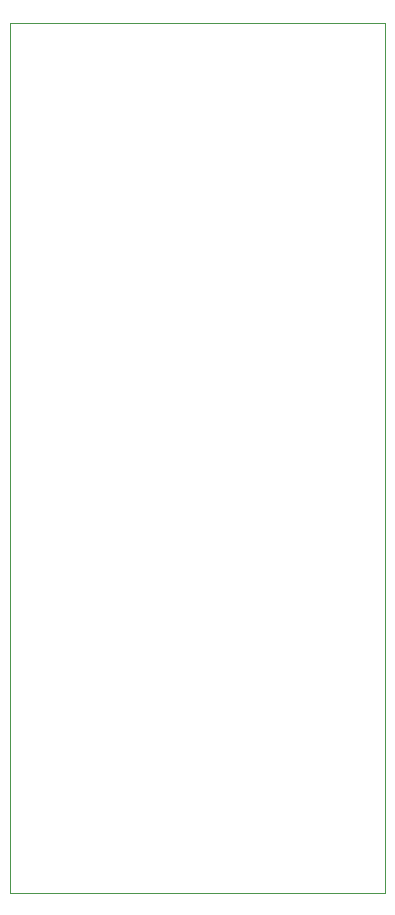
<source format=gbr>
%TF.GenerationSoftware,KiCad,Pcbnew,6.0.2+dfsg-1*%
%TF.CreationDate,2022-09-03T15:09:50+02:00*%
%TF.ProjectId,LoRa_thing,4c6f5261-5f74-4686-996e-672e6b696361,rev?*%
%TF.SameCoordinates,Original*%
%TF.FileFunction,Profile,NP*%
%FSLAX46Y46*%
G04 Gerber Fmt 4.6, Leading zero omitted, Abs format (unit mm)*
G04 Created by KiCad (PCBNEW 6.0.2+dfsg-1) date 2022-09-03 15:09:50*
%MOMM*%
%LPD*%
G01*
G04 APERTURE LIST*
%TA.AperFunction,Profile*%
%ADD10C,0.100000*%
%TD*%
G04 APERTURE END LIST*
D10*
X105410000Y-64135000D02*
X137160000Y-64135000D01*
X137160000Y-64135000D02*
X137160000Y-137795000D01*
X137160000Y-137795000D02*
X105410000Y-137795000D01*
X105410000Y-137795000D02*
X105410000Y-64135000D01*
M02*

</source>
